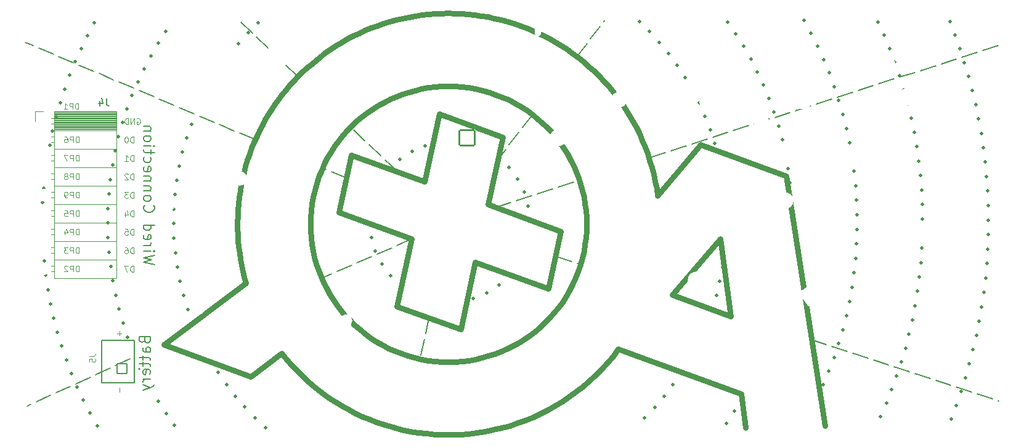
<source format=gbr>
%TF.GenerationSoftware,KiCad,Pcbnew,8.0.4*%
%TF.CreationDate,2024-12-04T08:31:11-08:00*%
%TF.ProjectId,aqp_controller,6171705f-636f-46e7-9472-6f6c6c65722e,rev0*%
%TF.SameCoordinates,Original*%
%TF.FileFunction,Legend,Bot*%
%TF.FilePolarity,Positive*%
%FSLAX46Y46*%
G04 Gerber Fmt 4.6, Leading zero omitted, Abs format (unit mm)*
G04 Created by KiCad (PCBNEW 8.0.4) date 2024-12-04 08:31:11*
%MOMM*%
%LPD*%
G01*
G04 APERTURE LIST*
G04 Aperture macros list*
%AMRoundRect*
0 Rectangle with rounded corners*
0 $1 Rounding radius*
0 $2 $3 $4 $5 $6 $7 $8 $9 X,Y pos of 4 corners*
0 Add a 4 corners polygon primitive as box body*
4,1,4,$2,$3,$4,$5,$6,$7,$8,$9,$2,$3,0*
0 Add four circle primitives for the rounded corners*
1,1,$1+$1,$2,$3*
1,1,$1+$1,$4,$5*
1,1,$1+$1,$6,$7*
1,1,$1+$1,$8,$9*
0 Add four rect primitives between the rounded corners*
20,1,$1+$1,$2,$3,$4,$5,0*
20,1,$1+$1,$4,$5,$6,$7,0*
20,1,$1+$1,$6,$7,$8,$9,0*
20,1,$1+$1,$8,$9,$2,$3,0*%
G04 Aperture macros list end*
%ADD10C,0.200000*%
%ADD11C,0.750000*%
%ADD12C,0.500000*%
%ADD13C,0.100000*%
%ADD14C,0.150000*%
%ADD15C,0.127000*%
%ADD16C,0.120000*%
%ADD17RoundRect,0.102000X-1.050000X-1.050000X1.050000X-1.050000X1.050000X1.050000X-1.050000X1.050000X0*%
%ADD18C,2.304000*%
%ADD19C,1.712000*%
%ADD20C,2.154000*%
%ADD21R,1.700000X1.700000*%
%ADD22O,1.700000X1.700000*%
%ADD23RoundRect,0.102000X1.376798X-0.556262X0.556262X1.376798X-1.376798X0.556262X-0.556262X-1.376798X0*%
%ADD24C,1.982000*%
%ADD25C,2.490000*%
%ADD26RoundRect,0.102000X0.556262X1.376798X-1.376798X0.556262X-0.556262X-1.376798X1.376798X-0.556262X0*%
%ADD27RoundRect,0.102000X0.206662X1.470473X-1.470473X0.206662X-0.206662X-1.470473X1.470473X-0.206662X0*%
%ADD28O,0.890000X1.550000*%
%ADD29O,1.250000X0.950000*%
%ADD30RoundRect,0.102000X1.470473X-0.206662X0.206662X1.470473X-1.470473X0.206662X-0.206662X-1.470473X0*%
%ADD31RoundRect,0.102000X1.476790X0.155217X-0.155217X1.476790X-1.476790X-0.155217X0.155217X-1.476790X0*%
%ADD32RoundRect,0.102000X-0.155217X1.476790X-1.476790X-0.155217X0.155217X-1.476790X1.476790X0.155217X0*%
%ADD33RoundRect,0.102000X-0.654000X0.654000X-0.654000X-0.654000X0.654000X-0.654000X0.654000X0.654000X0*%
%ADD34C,1.512000*%
G04 APERTURE END LIST*
D10*
X133679792Y-112704115D02*
X133225429Y-114856684D01*
X133060206Y-115639437D02*
X132605842Y-117792006D01*
D11*
X113481878Y-81959008D02*
X114007234Y-81302978D01*
X114549322Y-80665686D01*
X115107521Y-80047074D01*
X115681213Y-79447086D01*
X116269780Y-78865668D01*
X116872602Y-78302763D01*
X117117584Y-78082773D01*
D10*
X142875000Y-97475000D02*
X144968455Y-96798653D01*
X145729712Y-96552709D02*
X147823167Y-95876361D01*
X148584423Y-95630417D02*
X150677878Y-94954070D01*
X151439135Y-94708126D02*
X153532590Y-94031779D01*
D11*
X123037020Y-90274170D02*
X121309693Y-98197508D01*
X135082867Y-84654239D02*
X133062246Y-93923053D01*
X108514581Y-107887158D02*
X108292227Y-107074818D01*
X108093880Y-106256455D01*
X107919533Y-105432629D01*
X107769179Y-104603897D01*
X107642812Y-103770821D01*
X107540425Y-102933960D01*
X107462011Y-102093872D01*
X107407563Y-101251118D01*
X129314300Y-111115206D02*
X138045283Y-114293024D01*
D10*
X92600000Y-118300000D02*
X90604147Y-119225511D01*
X89878382Y-119562060D02*
X87882529Y-120487571D01*
X87156764Y-120824120D02*
X85160911Y-121749631D01*
X84435146Y-122086180D02*
X82439293Y-123011691D01*
X81713528Y-123348240D02*
X79717675Y-124273751D01*
X78991910Y-124610300D02*
X78475000Y-124850000D01*
D11*
X107406251Y-101234997D02*
X107406827Y-101233168D01*
D12*
X92302103Y-115318995D02*
X92302103Y-115318995D01*
X91668273Y-113422246D02*
X91668273Y-113422246D01*
X91115682Y-111500257D02*
X91115682Y-111500257D01*
X90645331Y-109556506D02*
X90645331Y-109556506D01*
X90258071Y-107594511D02*
X90258071Y-107594511D01*
X89954602Y-105617821D02*
X89954602Y-105617821D01*
X89735474Y-103630013D02*
X89735474Y-103630013D01*
X89601082Y-101634684D02*
X89601082Y-101634684D01*
X89551670Y-99635446D02*
X89551670Y-99635446D01*
X89587329Y-97635915D02*
X89587329Y-97635915D01*
X89707992Y-95639709D02*
X89707992Y-95639709D01*
X89913441Y-93650441D02*
X89913441Y-93650441D01*
X90203306Y-91671710D02*
X90203306Y-91671710D01*
X90577061Y-89707097D02*
X90577061Y-89707097D01*
X91034030Y-87760157D02*
X91034030Y-87760157D01*
X91573387Y-85834413D02*
X91573387Y-85834413D01*
D11*
X165115182Y-95901787D02*
X171028512Y-88865262D01*
D12*
X174037525Y-105669006D02*
X174037525Y-105669006D01*
X173659516Y-107632723D02*
X173659516Y-107632723D01*
X173178676Y-109573823D02*
X173178676Y-109573823D01*
X172596337Y-111486924D02*
X172596337Y-111486924D01*
D11*
X154191892Y-106258651D02*
X154502462Y-105333221D01*
X154763024Y-104403223D01*
X154974290Y-103470183D01*
X155136971Y-102535628D01*
X155251781Y-101601086D01*
X155319430Y-100668084D01*
X155340632Y-99738148D01*
X155316099Y-98812807D01*
X155246541Y-97893587D01*
X155132673Y-96982015D01*
X154975205Y-96079619D01*
X154774849Y-95187925D01*
X154532319Y-94308460D01*
X154248326Y-93442753D01*
X153923582Y-92592330D01*
X153558800Y-91758718D01*
X153154691Y-90943443D01*
X152711968Y-90148035D01*
X152231342Y-89374019D01*
X151713526Y-88622922D01*
X151159233Y-87896273D01*
X150569173Y-87195597D01*
X149944060Y-86522422D01*
X149284605Y-85878276D01*
X148591521Y-85264685D01*
X147865519Y-84683176D01*
X147107312Y-84135277D01*
X146317612Y-83622515D01*
X145497130Y-83146417D01*
X144646580Y-82708509D01*
X143766674Y-82310320D01*
X142858123Y-81953377D01*
X110028810Y-87665103D02*
X110392940Y-86904052D01*
X110778411Y-86153960D01*
X111184194Y-85416175D01*
X111609263Y-84692043D01*
X112052593Y-83982913D01*
X112513156Y-83290132D01*
X112989926Y-82615048D01*
X113481878Y-81959008D01*
X141793855Y-97101099D02*
X143814476Y-87832284D01*
D10*
X186225000Y-115675000D02*
X188315525Y-116360351D01*
X189075715Y-116609570D02*
X191166240Y-117294922D01*
X191926431Y-117544140D02*
X194016956Y-118229492D01*
X194777146Y-118478710D02*
X196867671Y-119164062D01*
X197627862Y-119413281D02*
X199718387Y-120098632D01*
X200478577Y-120347851D02*
X202569102Y-121033202D01*
X203329293Y-121282421D02*
X205419817Y-121967772D01*
X206180008Y-122216991D02*
X208270533Y-122902342D01*
X209030724Y-123151561D02*
X211121248Y-123836913D01*
X211881439Y-124086131D02*
X212000000Y-124125000D01*
D12*
X168377202Y-120222420D02*
X168377202Y-120222420D01*
X167241029Y-121868077D02*
X167241029Y-121868077D01*
X166019815Y-123451653D02*
X166019815Y-123451653D01*
X164716945Y-124968757D02*
X164716945Y-124968757D01*
X163336030Y-126415183D02*
X163336030Y-126415183D01*
D10*
X111587500Y-75587500D02*
X110001957Y-74062359D01*
X109425397Y-73507762D02*
X107839854Y-71982621D01*
D11*
X150093008Y-108673778D02*
X151820335Y-100750439D01*
X171028512Y-88865262D02*
X182769380Y-93138588D01*
D12*
X128248176Y-92248415D02*
X128248176Y-92248415D01*
X129689367Y-90865666D02*
X129689367Y-90865666D01*
X131356527Y-89765847D02*
X131356527Y-89765847D01*
X133194862Y-88985109D02*
X133194862Y-88985109D01*
D10*
X147875000Y-84750000D02*
X146536733Y-86496150D01*
X146050090Y-87131114D02*
X144711823Y-88877264D01*
X144225180Y-89512228D02*
X143627055Y-90292653D01*
D11*
X108526331Y-107854873D02*
X108514581Y-107887158D01*
X176564610Y-123131982D02*
X159701240Y-116994217D01*
D12*
X195429825Y-71969469D02*
X195429825Y-71969469D01*
X196248429Y-73794180D02*
X196248429Y-73794180D01*
X197010487Y-75643220D02*
X197010487Y-75643220D01*
X197715277Y-77514839D02*
X197715277Y-77514839D01*
X198362131Y-79407261D02*
X198362131Y-79407261D01*
X198950436Y-81318696D02*
X198950436Y-81318696D01*
X199479635Y-83247331D02*
X199479635Y-83247331D01*
X199949226Y-85191339D02*
X199949226Y-85191339D01*
X200358765Y-87148879D02*
X200358765Y-87148879D01*
X200707863Y-89118096D02*
X200707863Y-89118096D01*
X200996190Y-91097124D02*
X200996190Y-91097124D01*
X201223472Y-93084088D02*
X201223472Y-93084088D01*
X201389494Y-95077106D02*
X201389494Y-95077106D01*
X201494100Y-97074290D02*
X201494100Y-97074290D01*
X201537189Y-99073746D02*
X201537189Y-99073746D01*
X201518721Y-101073582D02*
X201518721Y-101073582D01*
X201438714Y-103071902D02*
X201438714Y-103071902D01*
X201297242Y-105066813D02*
X201297242Y-105066813D01*
X201094442Y-107056425D02*
X201094442Y-107056425D01*
X200830503Y-109038853D02*
X200830503Y-109038853D01*
X200505677Y-111012219D02*
X200505677Y-111012219D01*
X200120272Y-112974653D02*
X200120272Y-112974653D01*
X199674652Y-114924296D02*
X199674652Y-114924296D01*
X199169239Y-116859300D02*
X199169239Y-116859300D01*
X198604513Y-118777833D02*
X198604513Y-118777833D01*
X197981008Y-120678077D02*
X197981008Y-120678077D01*
X197299315Y-122558231D02*
X197299315Y-122558231D01*
X196560081Y-124416514D02*
X196560081Y-124416514D01*
X195764005Y-126251166D02*
X195764005Y-126251166D01*
D11*
X126455403Y-127019599D02*
X125498351Y-126652140D01*
X124557626Y-126252552D01*
X123633908Y-125821335D01*
X122727875Y-125358987D01*
X121840205Y-124866008D01*
X120971577Y-124342898D01*
X120122671Y-123790156D01*
X119294165Y-123208281D01*
X118486737Y-122597773D01*
X117701067Y-121959132D01*
X116937833Y-121292856D01*
X116197715Y-120599446D01*
X115481390Y-119879401D01*
X114789538Y-119133220D01*
X114122838Y-118361403D01*
X113481968Y-117564449D01*
X177175000Y-127800000D02*
X176564610Y-123131982D01*
X142858123Y-81953377D02*
X141932696Y-81642807D01*
X141002701Y-81382246D01*
X140069664Y-81170980D01*
X139135111Y-81008299D01*
X138200571Y-80893489D01*
X137267571Y-80825839D01*
X136337637Y-80804636D01*
X135412297Y-80829169D01*
X134493078Y-80898725D01*
X133581507Y-81012592D01*
X132679111Y-81170058D01*
X131787417Y-81370412D01*
X130907953Y-81612940D01*
X130042246Y-81896931D01*
X129191823Y-82221673D01*
X128358210Y-82586453D01*
X127542936Y-82990560D01*
X126747527Y-83433281D01*
X125973510Y-83913904D01*
X125222413Y-84431718D01*
X124495763Y-84986009D01*
X123795087Y-85576067D01*
X123121911Y-86201178D01*
X122477764Y-86860631D01*
X121864173Y-87553714D01*
X121282663Y-88279714D01*
X120734764Y-89037920D01*
X120222001Y-89827619D01*
X119745902Y-90648099D01*
X119307995Y-91498648D01*
X118909805Y-92378554D01*
X118552862Y-93287106D01*
X121309693Y-98197508D02*
X131334920Y-101846392D01*
X167116727Y-109527301D02*
X175127328Y-112442922D01*
D10*
X154050000Y-76675000D02*
X155403730Y-74940810D01*
X155895995Y-74310195D02*
X157249725Y-72576005D01*
X157741991Y-71945391D02*
X157875000Y-71775000D01*
D11*
X140066529Y-105024438D02*
X150093008Y-108673778D01*
X109243897Y-120755123D02*
X97298593Y-116407388D01*
D12*
X129920394Y-108239059D02*
X129920394Y-108239059D01*
X128444831Y-106893062D02*
X128444831Y-106893062D01*
X127237002Y-105302421D02*
X127237002Y-105302421D01*
X126336734Y-103519584D02*
X126336734Y-103519584D01*
X125773710Y-101603339D02*
X125773710Y-101603339D01*
D11*
X151820335Y-100750439D02*
X141793855Y-97101099D01*
D10*
X115525000Y-79375000D02*
X114059375Y-77965188D01*
D11*
X118552862Y-93287106D02*
X118242291Y-94212535D01*
X117981729Y-95142534D01*
X117770463Y-96075574D01*
X117607781Y-97010128D01*
X117492972Y-97944670D01*
X117425322Y-98877673D01*
X117404120Y-99807608D01*
X117428653Y-100732949D01*
X117498210Y-101652169D01*
X117612079Y-102563741D01*
X117769546Y-103466138D01*
X117969901Y-104357831D01*
X118212431Y-105237295D01*
X118496423Y-106103003D01*
X118821166Y-106953426D01*
X119185948Y-107787038D01*
X119590056Y-108602311D01*
X120032778Y-109397720D01*
X120513402Y-110171735D01*
X121031217Y-110922831D01*
X121585509Y-111649480D01*
X122175567Y-112350155D01*
X122800678Y-113023329D01*
X123460131Y-113667475D01*
X124153214Y-114281065D01*
X124879213Y-114862573D01*
X125637418Y-115410471D01*
X126427115Y-115923233D01*
X127247593Y-116399330D01*
X128098140Y-116837236D01*
X128978044Y-117235424D01*
X129886592Y-117592367D01*
X117117584Y-78082773D02*
X117145512Y-78057794D01*
X133062246Y-93923053D02*
X123037020Y-90274170D01*
X131334920Y-101846392D02*
X129314300Y-111115206D01*
D10*
X109700000Y-88125000D02*
X107674405Y-87266534D01*
X106937825Y-86954364D02*
X104912230Y-86095897D01*
X104175650Y-85783728D02*
X102150055Y-84925261D01*
X101413475Y-84613092D02*
X99387880Y-83754625D01*
X98651300Y-83442456D02*
X96625705Y-82583989D01*
X95889125Y-82271819D02*
X93863530Y-81413353D01*
X93126950Y-81101183D02*
X91101355Y-80242717D01*
X90364775Y-79930547D02*
X88339179Y-79072081D01*
X87602599Y-78759911D02*
X85577004Y-77901445D01*
X84840424Y-77589275D02*
X82814829Y-76730809D01*
X82078249Y-76418639D02*
X80052654Y-75560173D01*
X79316074Y-75248003D02*
X78200001Y-74775000D01*
X151224387Y-104272291D02*
X153320777Y-104939485D01*
X154083101Y-105182101D02*
X154374998Y-105275000D01*
D11*
X113481968Y-117564449D02*
X109243897Y-120755123D01*
X117145512Y-78057794D02*
X118661596Y-76804248D01*
D12*
X174742631Y-71966335D02*
X174742631Y-71966335D01*
X175876943Y-73613372D02*
X175876943Y-73613372D01*
X176940248Y-75307120D02*
X176940248Y-75307120D01*
X177930625Y-77044517D02*
X177930625Y-77044517D01*
X178846286Y-78822427D02*
X178846286Y-78822427D01*
X179685577Y-80637638D02*
X179685577Y-80637638D01*
X180446981Y-82486870D02*
X180446981Y-82486870D01*
X181129123Y-84366785D02*
X181129123Y-84366785D01*
X181730772Y-86273986D02*
X181730772Y-86273986D01*
X182250840Y-88205029D02*
X182250840Y-88205029D01*
X182688388Y-90156426D02*
X182688388Y-90156426D01*
X183042626Y-92124652D02*
X183042626Y-92124652D01*
X183312915Y-94106152D02*
X183312915Y-94106152D01*
X183498765Y-96097347D02*
X183498765Y-96097347D01*
X183599841Y-98094641D02*
X183599841Y-98094641D01*
X162605510Y-71878115D02*
X162605510Y-71878115D01*
X164023256Y-73288458D02*
X164023256Y-73288458D01*
X165364728Y-74771538D02*
X165364728Y-74771538D01*
X166626198Y-76323236D02*
X166626198Y-76323236D01*
X167804163Y-77939241D02*
X167804163Y-77939241D01*
X168895350Y-79615065D02*
X168895350Y-79615065D01*
X169896728Y-81346052D02*
X169896728Y-81346052D01*
X170805515Y-83127394D02*
X170805515Y-83127394D01*
X171619188Y-84954143D02*
X171619188Y-84954143D01*
X172335485Y-86821224D02*
X172335485Y-86821224D01*
X172952418Y-88723451D02*
X172952418Y-88723451D01*
X111227721Y-127777817D02*
X111227721Y-127777817D01*
X109773348Y-126405273D02*
X109773348Y-126405273D01*
X108393220Y-124958095D02*
X108393220Y-124958095D01*
X107091161Y-123440295D02*
X107091161Y-123440295D01*
X105870779Y-121856077D02*
X105870779Y-121856077D01*
X104735457Y-120209833D02*
X104735457Y-120209833D01*
X176780891Y-123863411D02*
X176780891Y-123863411D01*
X175707748Y-125550942D02*
X175707748Y-125550942D01*
X174563841Y-127191330D02*
X174563841Y-127191330D01*
D11*
X173696466Y-101800515D02*
X167116727Y-109527301D01*
X159701240Y-116994217D02*
X158972653Y-117940001D01*
X158210041Y-118849266D01*
X157414804Y-119721583D01*
X156588342Y-120556524D01*
X155732055Y-121353660D01*
X154847343Y-122112561D01*
X153935608Y-122832800D01*
X152998249Y-123513948D01*
X152036667Y-124155576D01*
X151052261Y-124757256D01*
X150046433Y-125318558D01*
X149020583Y-125839054D01*
X147976111Y-126318316D01*
X146914417Y-126755915D01*
X145836901Y-127151421D01*
X144744965Y-127504408D01*
X143640008Y-127814444D01*
X142523431Y-128081103D01*
X141396634Y-128303956D01*
X140261017Y-128482573D01*
X139117980Y-128616527D01*
X137968925Y-128705387D01*
X136815251Y-128748727D01*
X135658359Y-128746117D01*
X134499649Y-128697128D01*
X133340521Y-128601332D01*
X132182376Y-128458300D01*
X131026614Y-128267603D01*
X129874635Y-128028814D01*
X128727840Y-127741502D01*
X127587629Y-127405240D01*
X126455403Y-127019599D01*
D10*
X164100000Y-90600000D02*
X166194384Y-89926533D01*
X166955978Y-89681636D02*
X169050361Y-89008170D01*
X169811955Y-88763273D02*
X171906339Y-88089806D01*
X172667933Y-87844909D02*
X174762316Y-87171442D01*
X175523910Y-86926545D02*
X177618294Y-86253078D01*
X178379888Y-86008181D02*
X180474272Y-85334715D01*
X181235866Y-85089818D02*
X183330249Y-84416351D01*
X184091843Y-84171454D02*
X186186227Y-83497987D01*
X186947821Y-83253090D02*
X189042204Y-82579624D01*
X189803798Y-82334727D02*
X191898182Y-81661260D01*
X192659776Y-81416363D02*
X194754160Y-80742896D01*
X195515754Y-80497999D02*
X197610137Y-79824532D01*
X198371731Y-79579635D02*
X200466115Y-78906169D01*
X201227709Y-78661272D02*
X203322092Y-77987805D01*
X204083687Y-77742908D02*
X206178070Y-77069441D01*
X206939664Y-76824544D02*
X209034048Y-76151078D01*
X209795642Y-75906181D02*
X211890025Y-75232714D01*
D11*
X108548622Y-107939745D02*
X108526331Y-107854873D01*
D12*
X143171776Y-90679292D02*
X143171776Y-90679292D01*
X144653057Y-92018993D02*
X144653057Y-92018993D01*
X145867678Y-93604454D02*
X145867678Y-93604454D01*
X146775596Y-95383408D02*
X146775596Y-95383408D01*
X147346881Y-97297207D02*
X147346881Y-97297207D01*
X147562698Y-99282759D02*
X147562698Y-99282759D01*
X107500000Y-74975000D02*
X107500000Y-74975000D01*
X108828617Y-73480392D02*
X108828617Y-73480392D01*
X110233998Y-72057725D02*
X110233998Y-72057725D01*
D11*
X129886592Y-117592367D02*
X130812021Y-117902937D01*
X131742020Y-118163500D01*
X132675060Y-118374766D01*
X133609615Y-118537449D01*
X134544158Y-118652260D01*
X135477161Y-118719911D01*
X136407097Y-118741114D01*
X137332439Y-118716582D01*
X138251660Y-118647027D01*
X139163233Y-118533160D01*
X140065630Y-118375695D01*
X140957325Y-118175342D01*
X141836791Y-117932814D01*
X142702499Y-117648824D01*
X143552924Y-117324082D01*
X144386537Y-116959302D01*
X145201812Y-116555196D01*
X145997222Y-116112475D01*
X146771239Y-115631852D01*
X147522337Y-115114038D01*
X148248988Y-114559747D01*
X148949665Y-113969690D01*
X149622840Y-113344578D01*
X150266988Y-112685125D01*
X150880580Y-111992043D01*
X151462089Y-111266042D01*
X152009989Y-110507837D01*
X152522752Y-109718138D01*
X152998850Y-108897657D01*
X153436758Y-108047108D01*
X153834948Y-107167202D01*
X154191892Y-106258651D01*
X107407563Y-101251118D02*
X107406251Y-101234997D01*
X143814476Y-87832284D02*
X135082867Y-84654239D01*
D10*
X129250000Y-92450000D02*
X127656017Y-90933683D01*
X127076386Y-90382295D02*
X125482403Y-88865978D01*
X124902773Y-88314590D02*
X123308789Y-86798273D01*
D12*
X88092437Y-127522776D02*
X88092437Y-127522776D01*
X87121850Y-125774194D02*
X87121850Y-125774194D01*
X86214316Y-123992073D02*
X86214316Y-123992073D01*
X85370991Y-122178684D02*
X85370991Y-122178684D01*
X84592951Y-120336341D02*
X84592951Y-120336341D01*
X83881188Y-118467392D02*
X83881188Y-118467392D01*
X83236610Y-116574222D02*
X83236610Y-116574222D01*
X82660039Y-114659244D02*
X82660039Y-114659244D01*
X82152211Y-112724900D02*
X82152211Y-112724900D01*
X81713771Y-110773658D02*
X81713771Y-110773658D01*
X81345281Y-108808006D02*
X81345281Y-108808006D01*
X81047210Y-106830450D02*
X81047210Y-106830450D01*
X80819937Y-104843512D02*
X80819937Y-104843512D01*
X80663754Y-102849726D02*
X80663754Y-102849726D01*
X80578858Y-100851635D02*
X80578858Y-100851635D01*
X80565358Y-98851787D02*
X80565358Y-98851787D01*
X80623272Y-96852732D02*
X80623272Y-96852732D01*
X80752525Y-94857019D02*
X80752525Y-94857019D01*
X80952954Y-92867194D02*
X80952954Y-92867194D01*
X81224301Y-90885794D02*
X81224301Y-90885794D01*
X81566221Y-88915346D02*
X81566221Y-88915346D01*
X81978278Y-86958363D02*
X81978278Y-86958363D01*
X82459947Y-85017340D02*
X82459947Y-85017340D01*
X83010613Y-83094753D02*
X83010613Y-83094753D01*
X83629575Y-81193053D02*
X83629575Y-81193053D01*
X84316042Y-79314666D02*
X84316042Y-79314666D01*
X85069139Y-77461987D02*
X85069139Y-77461987D01*
X85887906Y-75637379D02*
X85887906Y-75637379D01*
X86771299Y-73843168D02*
X86771299Y-73843168D01*
X87718191Y-72081644D02*
X87718191Y-72081644D01*
X144769018Y-106811728D02*
X144769018Y-106811728D01*
X143307990Y-108173493D02*
X143307990Y-108173493D01*
X141624944Y-109248837D02*
X141624944Y-109248837D01*
X139775290Y-110002355D02*
X139775290Y-110002355D01*
X101242478Y-113387811D02*
X101242478Y-113387811D01*
X100558801Y-111508539D02*
X100558801Y-111508539D01*
X99975031Y-109595874D02*
X99975031Y-109595874D01*
X99492787Y-107655123D02*
X99492787Y-107655123D01*
X99113408Y-105691670D02*
X99113408Y-105691670D01*
X98837946Y-103710964D02*
X98837946Y-103710964D01*
X98667165Y-101718501D02*
X98667165Y-101718501D01*
X98601539Y-99719810D02*
X98601539Y-99719810D01*
X98641251Y-97720435D02*
X98641251Y-97720435D01*
X98786190Y-95725926D02*
X98786190Y-95725926D01*
X99035954Y-93741816D02*
X99035954Y-93741816D01*
X99389850Y-91773610D02*
X99389850Y-91773610D01*
X99846896Y-89826771D02*
X99846896Y-89826771D01*
X100405823Y-87906699D02*
X100405823Y-87906699D01*
X101065082Y-86018723D02*
X101065082Y-86018723D01*
X185224858Y-71775081D02*
X185224858Y-71775081D01*
X186182995Y-73530514D02*
X186182995Y-73530514D01*
X187077830Y-75319046D02*
X187077830Y-75319046D01*
X187908223Y-77138392D02*
X187908223Y-77138392D01*
X188673113Y-78986234D02*
X188673113Y-78986234D01*
X189371526Y-80860212D02*
X189371526Y-80860212D01*
X190002569Y-82757937D02*
X190002569Y-82757937D01*
X190565438Y-84676987D02*
X190565438Y-84676987D01*
X191059415Y-86614914D02*
X191059415Y-86614914D01*
X191483869Y-88569246D02*
X191483869Y-88569246D01*
X191838259Y-90537489D02*
X191838259Y-90537489D01*
X192122133Y-92517133D02*
X192122133Y-92517133D01*
X192335129Y-94505652D02*
X192335129Y-94505652D01*
X192476975Y-96500509D02*
X192476975Y-96500509D01*
X192547490Y-98499159D02*
X192547490Y-98499159D01*
X192546585Y-100499053D02*
X192546585Y-100499053D01*
X192474259Y-102497638D02*
X192474259Y-102497638D01*
X192330606Y-104492366D02*
X192330606Y-104492366D01*
X192115809Y-106480691D02*
X192115809Y-106480691D01*
X191830141Y-108460077D02*
X191830141Y-108460077D01*
X191473968Y-110427999D02*
X191473968Y-110427999D01*
X191047744Y-112381945D02*
X191047744Y-112381945D01*
X190552012Y-114319424D02*
X190552012Y-114319424D01*
X189987405Y-116237964D02*
X189987405Y-116237964D01*
X189354643Y-118135116D02*
X189354643Y-118135116D01*
X188654533Y-120008461D02*
X188654533Y-120008461D01*
X187887969Y-121855608D02*
X187887969Y-121855608D01*
D10*
X122325000Y-93450000D02*
X120302083Y-92585242D01*
X119566477Y-92270784D02*
X119050000Y-92050000D01*
D12*
X98748767Y-127456411D02*
X98748767Y-127456411D01*
X97593631Y-125823909D02*
X97593631Y-125823909D01*
X96508923Y-124143788D02*
X96508923Y-124143788D01*
X205273347Y-71915364D02*
X205273347Y-71915364D01*
X205992706Y-73781450D02*
X205992706Y-73781450D01*
X206661395Y-75666287D02*
X206661395Y-75666287D01*
X207278925Y-77568500D02*
X207278925Y-77568500D01*
X207844845Y-79486700D02*
X207844845Y-79486700D01*
X208358742Y-81419487D02*
X208358742Y-81419487D01*
X208820241Y-83365451D02*
X208820241Y-83365451D01*
X209229006Y-85323171D02*
X209229006Y-85323171D01*
X209584738Y-87291219D02*
X209584738Y-87291219D01*
X209887178Y-89268158D02*
X209887178Y-89268158D01*
X210136104Y-91252545D02*
X210136104Y-91252545D01*
X210331336Y-93242932D02*
X210331336Y-93242932D01*
X210472729Y-95237867D02*
X210472729Y-95237867D01*
X210560183Y-97235893D02*
X210560183Y-97235893D01*
X210593632Y-99235552D02*
X210593632Y-99235552D01*
X210573051Y-101235386D02*
X210573051Y-101235386D01*
X210498458Y-103233933D02*
X210498458Y-103233933D01*
X210369904Y-105229737D02*
X210369904Y-105229737D01*
X210187486Y-107221339D02*
X210187486Y-107221339D01*
X209951334Y-109207287D02*
X209951334Y-109207287D01*
X209661623Y-111186131D02*
X209661623Y-111186131D01*
X209318563Y-113156427D02*
X209318563Y-113156427D01*
X208922405Y-115116737D02*
X208922405Y-115116737D01*
X208473437Y-117065630D02*
X208473437Y-117065630D01*
X207971988Y-119001685D02*
X207971988Y-119001685D01*
X207418424Y-120923487D02*
X207418424Y-120923487D01*
X206813148Y-122829634D02*
X206813148Y-122829634D01*
X206156602Y-124718735D02*
X206156602Y-124718735D01*
X205449266Y-126589412D02*
X205449266Y-126589412D01*
D11*
X107406827Y-101233168D02*
X107376875Y-100377439D01*
X107372067Y-99520092D01*
X107392553Y-98661694D01*
X107438482Y-97802814D01*
X107510004Y-96944017D01*
X107607270Y-96085872D01*
X107730428Y-95228946D01*
X107879631Y-94373807D01*
X108055026Y-93521021D01*
X108256765Y-92671157D01*
X108484998Y-91824782D01*
X108739873Y-90982464D01*
X109021542Y-90144769D01*
X109330155Y-89312266D01*
X109665860Y-88485521D01*
X110028810Y-87665103D01*
X146291696Y-72519833D02*
X147241317Y-72883886D01*
X148172444Y-73277754D01*
X149084595Y-73700821D01*
X149977287Y-74152470D01*
X150850038Y-74632085D01*
X151702367Y-75139050D01*
X152533791Y-75672750D01*
X153343828Y-76232567D01*
X154131995Y-76817887D01*
X154897812Y-77428092D01*
X155640795Y-78062567D01*
X156360463Y-78720695D01*
X157056334Y-79401862D01*
X157727925Y-80105449D01*
X158374754Y-80830843D01*
X158996340Y-81577425D01*
X159592200Y-82344581D01*
X160161852Y-83131694D01*
X160704814Y-83938149D01*
X161220604Y-84763328D01*
X161708740Y-85606617D01*
X162168739Y-86467398D01*
X162600121Y-87345056D01*
X163002401Y-88238975D01*
X163375100Y-89148539D01*
X163717733Y-90073132D01*
X164029820Y-91012136D01*
X164310879Y-91964938D01*
X164560426Y-92930920D01*
X164777980Y-93909466D01*
X164963059Y-94899960D01*
X165115182Y-95901787D01*
D12*
X92302104Y-115318995D02*
X92302104Y-115318995D01*
X91668274Y-113422246D02*
X91668274Y-113422246D01*
X91115683Y-111500257D02*
X91115683Y-111500257D01*
X90645332Y-109556506D02*
X90645332Y-109556506D01*
X90258072Y-107594511D02*
X90258072Y-107594511D01*
X89954603Y-105617821D02*
X89954603Y-105617821D01*
X89735474Y-103630013D02*
X89735474Y-103630013D01*
X89601082Y-101634685D02*
X89601082Y-101634685D01*
X89551670Y-99635446D02*
X89551670Y-99635446D01*
X89587328Y-97635915D02*
X89587328Y-97635915D01*
X89707991Y-95639709D02*
X89707991Y-95639709D01*
X89913441Y-93650441D02*
X89913441Y-93650441D01*
X90203305Y-91671710D02*
X90203305Y-91671710D01*
X90577060Y-89707097D02*
X90577060Y-89707097D01*
X91034029Y-87760157D02*
X91034029Y-87760157D01*
X91573385Y-85834413D02*
X91573385Y-85834413D01*
X92194152Y-83933348D02*
X92194152Y-83933348D01*
X92895208Y-82060405D02*
X92895208Y-82060405D01*
X93675282Y-80218970D02*
X93675282Y-80218970D01*
X94532965Y-78412378D02*
X94532965Y-78412378D01*
X95466703Y-76643895D02*
X95466703Y-76643895D01*
X96474808Y-74916724D02*
X96474808Y-74916724D01*
X97555455Y-73233988D02*
X97555455Y-73233988D01*
D11*
X138045283Y-114293024D02*
X140066529Y-105024438D01*
X118661596Y-76804248D02*
X119391859Y-76259534D01*
X120137259Y-75739224D01*
X120897143Y-75243529D01*
X121670854Y-74772659D01*
X122457740Y-74326824D01*
X123257145Y-73906233D01*
X124068414Y-73511097D01*
X124890894Y-73141626D01*
X125723930Y-72798030D01*
X126566866Y-72480518D01*
X127419050Y-72189301D01*
X128279825Y-71924590D01*
X129148538Y-71686593D01*
X130024534Y-71475521D01*
X130907158Y-71291584D01*
X131795757Y-71134992D01*
X132689674Y-71005955D01*
X133588257Y-70904684D01*
X134490850Y-70831387D01*
X135396799Y-70786276D01*
X136305450Y-70769559D01*
X137216147Y-70781448D01*
X138128236Y-70822153D01*
X139041063Y-70891882D01*
X139953974Y-70990847D01*
X140866313Y-71119257D01*
X141777426Y-71277323D01*
X142686659Y-71465254D01*
X143593357Y-71683260D01*
X144496865Y-71931552D01*
X145396530Y-72210340D01*
X146291696Y-72519833D01*
X175127328Y-112442922D02*
X173696466Y-101800515D01*
X97298593Y-116407388D02*
X108548622Y-107939745D01*
X182769380Y-93138588D02*
X188126221Y-127580386D01*
D10*
X131334920Y-101846392D02*
X129316348Y-102721245D01*
X128582322Y-103039373D02*
X126563750Y-103914226D01*
X125829724Y-104232354D02*
X123811152Y-105107207D01*
X123077126Y-105425335D02*
X121058554Y-106300188D01*
X120324528Y-106618317D02*
X118924955Y-107224894D01*
D13*
X85587217Y-106334895D02*
X85587217Y-105534895D01*
X85587217Y-105534895D02*
X85396741Y-105534895D01*
X85396741Y-105534895D02*
X85282455Y-105572990D01*
X85282455Y-105572990D02*
X85206265Y-105649180D01*
X85206265Y-105649180D02*
X85168170Y-105725371D01*
X85168170Y-105725371D02*
X85130074Y-105877752D01*
X85130074Y-105877752D02*
X85130074Y-105992038D01*
X85130074Y-105992038D02*
X85168170Y-106144419D01*
X85168170Y-106144419D02*
X85206265Y-106220609D01*
X85206265Y-106220609D02*
X85282455Y-106296800D01*
X85282455Y-106296800D02*
X85396741Y-106334895D01*
X85396741Y-106334895D02*
X85587217Y-106334895D01*
X84787217Y-106334895D02*
X84787217Y-105534895D01*
X84787217Y-105534895D02*
X84482455Y-105534895D01*
X84482455Y-105534895D02*
X84406265Y-105572990D01*
X84406265Y-105572990D02*
X84368170Y-105611085D01*
X84368170Y-105611085D02*
X84330074Y-105687276D01*
X84330074Y-105687276D02*
X84330074Y-105801561D01*
X84330074Y-105801561D02*
X84368170Y-105877752D01*
X84368170Y-105877752D02*
X84406265Y-105915847D01*
X84406265Y-105915847D02*
X84482455Y-105953942D01*
X84482455Y-105953942D02*
X84787217Y-105953942D01*
X84025313Y-105611085D02*
X83987217Y-105572990D01*
X83987217Y-105572990D02*
X83911027Y-105534895D01*
X83911027Y-105534895D02*
X83720551Y-105534895D01*
X83720551Y-105534895D02*
X83644360Y-105572990D01*
X83644360Y-105572990D02*
X83606265Y-105611085D01*
X83606265Y-105611085D02*
X83568170Y-105687276D01*
X83568170Y-105687276D02*
X83568170Y-105763466D01*
X83568170Y-105763466D02*
X83606265Y-105877752D01*
X83606265Y-105877752D02*
X84063408Y-106334895D01*
X84063408Y-106334895D02*
X83568170Y-106334895D01*
X85587217Y-101254895D02*
X85587217Y-100454895D01*
X85587217Y-100454895D02*
X85396741Y-100454895D01*
X85396741Y-100454895D02*
X85282455Y-100492990D01*
X85282455Y-100492990D02*
X85206265Y-100569180D01*
X85206265Y-100569180D02*
X85168170Y-100645371D01*
X85168170Y-100645371D02*
X85130074Y-100797752D01*
X85130074Y-100797752D02*
X85130074Y-100912038D01*
X85130074Y-100912038D02*
X85168170Y-101064419D01*
X85168170Y-101064419D02*
X85206265Y-101140609D01*
X85206265Y-101140609D02*
X85282455Y-101216800D01*
X85282455Y-101216800D02*
X85396741Y-101254895D01*
X85396741Y-101254895D02*
X85587217Y-101254895D01*
X84787217Y-101254895D02*
X84787217Y-100454895D01*
X84787217Y-100454895D02*
X84482455Y-100454895D01*
X84482455Y-100454895D02*
X84406265Y-100492990D01*
X84406265Y-100492990D02*
X84368170Y-100531085D01*
X84368170Y-100531085D02*
X84330074Y-100607276D01*
X84330074Y-100607276D02*
X84330074Y-100721561D01*
X84330074Y-100721561D02*
X84368170Y-100797752D01*
X84368170Y-100797752D02*
X84406265Y-100835847D01*
X84406265Y-100835847D02*
X84482455Y-100873942D01*
X84482455Y-100873942D02*
X84787217Y-100873942D01*
X83644360Y-100721561D02*
X83644360Y-101254895D01*
X83834836Y-100416800D02*
X84025313Y-100988228D01*
X84025313Y-100988228D02*
X83530074Y-100988228D01*
X93112217Y-106359895D02*
X93112217Y-105559895D01*
X93112217Y-105559895D02*
X92921741Y-105559895D01*
X92921741Y-105559895D02*
X92807455Y-105597990D01*
X92807455Y-105597990D02*
X92731265Y-105674180D01*
X92731265Y-105674180D02*
X92693170Y-105750371D01*
X92693170Y-105750371D02*
X92655074Y-105902752D01*
X92655074Y-105902752D02*
X92655074Y-106017038D01*
X92655074Y-106017038D02*
X92693170Y-106169419D01*
X92693170Y-106169419D02*
X92731265Y-106245609D01*
X92731265Y-106245609D02*
X92807455Y-106321800D01*
X92807455Y-106321800D02*
X92921741Y-106359895D01*
X92921741Y-106359895D02*
X93112217Y-106359895D01*
X92388408Y-105559895D02*
X91855074Y-105559895D01*
X91855074Y-105559895D02*
X92197932Y-106359895D01*
X85537217Y-83964895D02*
X85537217Y-83164895D01*
X85537217Y-83164895D02*
X85346741Y-83164895D01*
X85346741Y-83164895D02*
X85232455Y-83202990D01*
X85232455Y-83202990D02*
X85156265Y-83279180D01*
X85156265Y-83279180D02*
X85118170Y-83355371D01*
X85118170Y-83355371D02*
X85080074Y-83507752D01*
X85080074Y-83507752D02*
X85080074Y-83622038D01*
X85080074Y-83622038D02*
X85118170Y-83774419D01*
X85118170Y-83774419D02*
X85156265Y-83850609D01*
X85156265Y-83850609D02*
X85232455Y-83926800D01*
X85232455Y-83926800D02*
X85346741Y-83964895D01*
X85346741Y-83964895D02*
X85537217Y-83964895D01*
X84737217Y-83964895D02*
X84737217Y-83164895D01*
X84737217Y-83164895D02*
X84432455Y-83164895D01*
X84432455Y-83164895D02*
X84356265Y-83202990D01*
X84356265Y-83202990D02*
X84318170Y-83241085D01*
X84318170Y-83241085D02*
X84280074Y-83317276D01*
X84280074Y-83317276D02*
X84280074Y-83431561D01*
X84280074Y-83431561D02*
X84318170Y-83507752D01*
X84318170Y-83507752D02*
X84356265Y-83545847D01*
X84356265Y-83545847D02*
X84432455Y-83583942D01*
X84432455Y-83583942D02*
X84737217Y-83583942D01*
X83518170Y-83964895D02*
X83975313Y-83964895D01*
X83746741Y-83964895D02*
X83746741Y-83164895D01*
X83746741Y-83164895D02*
X83822932Y-83279180D01*
X83822932Y-83279180D02*
X83899122Y-83355371D01*
X83899122Y-83355371D02*
X83975313Y-83393466D01*
X93112217Y-91119895D02*
X93112217Y-90319895D01*
X93112217Y-90319895D02*
X92921741Y-90319895D01*
X92921741Y-90319895D02*
X92807455Y-90357990D01*
X92807455Y-90357990D02*
X92731265Y-90434180D01*
X92731265Y-90434180D02*
X92693170Y-90510371D01*
X92693170Y-90510371D02*
X92655074Y-90662752D01*
X92655074Y-90662752D02*
X92655074Y-90777038D01*
X92655074Y-90777038D02*
X92693170Y-90929419D01*
X92693170Y-90929419D02*
X92731265Y-91005609D01*
X92731265Y-91005609D02*
X92807455Y-91081800D01*
X92807455Y-91081800D02*
X92921741Y-91119895D01*
X92921741Y-91119895D02*
X93112217Y-91119895D01*
X91893170Y-91119895D02*
X92350313Y-91119895D01*
X92121741Y-91119895D02*
X92121741Y-90319895D01*
X92121741Y-90319895D02*
X92197932Y-90434180D01*
X92197932Y-90434180D02*
X92274122Y-90510371D01*
X92274122Y-90510371D02*
X92350313Y-90548466D01*
X85587217Y-93634895D02*
X85587217Y-92834895D01*
X85587217Y-92834895D02*
X85396741Y-92834895D01*
X85396741Y-92834895D02*
X85282455Y-92872990D01*
X85282455Y-92872990D02*
X85206265Y-92949180D01*
X85206265Y-92949180D02*
X85168170Y-93025371D01*
X85168170Y-93025371D02*
X85130074Y-93177752D01*
X85130074Y-93177752D02*
X85130074Y-93292038D01*
X85130074Y-93292038D02*
X85168170Y-93444419D01*
X85168170Y-93444419D02*
X85206265Y-93520609D01*
X85206265Y-93520609D02*
X85282455Y-93596800D01*
X85282455Y-93596800D02*
X85396741Y-93634895D01*
X85396741Y-93634895D02*
X85587217Y-93634895D01*
X84787217Y-93634895D02*
X84787217Y-92834895D01*
X84787217Y-92834895D02*
X84482455Y-92834895D01*
X84482455Y-92834895D02*
X84406265Y-92872990D01*
X84406265Y-92872990D02*
X84368170Y-92911085D01*
X84368170Y-92911085D02*
X84330074Y-92987276D01*
X84330074Y-92987276D02*
X84330074Y-93101561D01*
X84330074Y-93101561D02*
X84368170Y-93177752D01*
X84368170Y-93177752D02*
X84406265Y-93215847D01*
X84406265Y-93215847D02*
X84482455Y-93253942D01*
X84482455Y-93253942D02*
X84787217Y-93253942D01*
X83872932Y-93177752D02*
X83949122Y-93139657D01*
X83949122Y-93139657D02*
X83987217Y-93101561D01*
X83987217Y-93101561D02*
X84025313Y-93025371D01*
X84025313Y-93025371D02*
X84025313Y-92987276D01*
X84025313Y-92987276D02*
X83987217Y-92911085D01*
X83987217Y-92911085D02*
X83949122Y-92872990D01*
X83949122Y-92872990D02*
X83872932Y-92834895D01*
X83872932Y-92834895D02*
X83720551Y-92834895D01*
X83720551Y-92834895D02*
X83644360Y-92872990D01*
X83644360Y-92872990D02*
X83606265Y-92911085D01*
X83606265Y-92911085D02*
X83568170Y-92987276D01*
X83568170Y-92987276D02*
X83568170Y-93025371D01*
X83568170Y-93025371D02*
X83606265Y-93101561D01*
X83606265Y-93101561D02*
X83644360Y-93139657D01*
X83644360Y-93139657D02*
X83720551Y-93177752D01*
X83720551Y-93177752D02*
X83872932Y-93177752D01*
X83872932Y-93177752D02*
X83949122Y-93215847D01*
X83949122Y-93215847D02*
X83987217Y-93253942D01*
X83987217Y-93253942D02*
X84025313Y-93330133D01*
X84025313Y-93330133D02*
X84025313Y-93482514D01*
X84025313Y-93482514D02*
X83987217Y-93558704D01*
X83987217Y-93558704D02*
X83949122Y-93596800D01*
X83949122Y-93596800D02*
X83872932Y-93634895D01*
X83872932Y-93634895D02*
X83720551Y-93634895D01*
X83720551Y-93634895D02*
X83644360Y-93596800D01*
X83644360Y-93596800D02*
X83606265Y-93558704D01*
X83606265Y-93558704D02*
X83568170Y-93482514D01*
X83568170Y-93482514D02*
X83568170Y-93330133D01*
X83568170Y-93330133D02*
X83606265Y-93253942D01*
X83606265Y-93253942D02*
X83644360Y-93215847D01*
X83644360Y-93215847D02*
X83720551Y-93177752D01*
X85587217Y-103794895D02*
X85587217Y-102994895D01*
X85587217Y-102994895D02*
X85396741Y-102994895D01*
X85396741Y-102994895D02*
X85282455Y-103032990D01*
X85282455Y-103032990D02*
X85206265Y-103109180D01*
X85206265Y-103109180D02*
X85168170Y-103185371D01*
X85168170Y-103185371D02*
X85130074Y-103337752D01*
X85130074Y-103337752D02*
X85130074Y-103452038D01*
X85130074Y-103452038D02*
X85168170Y-103604419D01*
X85168170Y-103604419D02*
X85206265Y-103680609D01*
X85206265Y-103680609D02*
X85282455Y-103756800D01*
X85282455Y-103756800D02*
X85396741Y-103794895D01*
X85396741Y-103794895D02*
X85587217Y-103794895D01*
X84787217Y-103794895D02*
X84787217Y-102994895D01*
X84787217Y-102994895D02*
X84482455Y-102994895D01*
X84482455Y-102994895D02*
X84406265Y-103032990D01*
X84406265Y-103032990D02*
X84368170Y-103071085D01*
X84368170Y-103071085D02*
X84330074Y-103147276D01*
X84330074Y-103147276D02*
X84330074Y-103261561D01*
X84330074Y-103261561D02*
X84368170Y-103337752D01*
X84368170Y-103337752D02*
X84406265Y-103375847D01*
X84406265Y-103375847D02*
X84482455Y-103413942D01*
X84482455Y-103413942D02*
X84787217Y-103413942D01*
X84063408Y-102994895D02*
X83568170Y-102994895D01*
X83568170Y-102994895D02*
X83834836Y-103299657D01*
X83834836Y-103299657D02*
X83720551Y-103299657D01*
X83720551Y-103299657D02*
X83644360Y-103337752D01*
X83644360Y-103337752D02*
X83606265Y-103375847D01*
X83606265Y-103375847D02*
X83568170Y-103452038D01*
X83568170Y-103452038D02*
X83568170Y-103642514D01*
X83568170Y-103642514D02*
X83606265Y-103718704D01*
X83606265Y-103718704D02*
X83644360Y-103756800D01*
X83644360Y-103756800D02*
X83720551Y-103794895D01*
X83720551Y-103794895D02*
X83949122Y-103794895D01*
X83949122Y-103794895D02*
X84025313Y-103756800D01*
X84025313Y-103756800D02*
X84063408Y-103718704D01*
X93112217Y-103819895D02*
X93112217Y-103019895D01*
X93112217Y-103019895D02*
X92921741Y-103019895D01*
X92921741Y-103019895D02*
X92807455Y-103057990D01*
X92807455Y-103057990D02*
X92731265Y-103134180D01*
X92731265Y-103134180D02*
X92693170Y-103210371D01*
X92693170Y-103210371D02*
X92655074Y-103362752D01*
X92655074Y-103362752D02*
X92655074Y-103477038D01*
X92655074Y-103477038D02*
X92693170Y-103629419D01*
X92693170Y-103629419D02*
X92731265Y-103705609D01*
X92731265Y-103705609D02*
X92807455Y-103781800D01*
X92807455Y-103781800D02*
X92921741Y-103819895D01*
X92921741Y-103819895D02*
X93112217Y-103819895D01*
X91969360Y-103019895D02*
X92121741Y-103019895D01*
X92121741Y-103019895D02*
X92197932Y-103057990D01*
X92197932Y-103057990D02*
X92236027Y-103096085D01*
X92236027Y-103096085D02*
X92312217Y-103210371D01*
X92312217Y-103210371D02*
X92350313Y-103362752D01*
X92350313Y-103362752D02*
X92350313Y-103667514D01*
X92350313Y-103667514D02*
X92312217Y-103743704D01*
X92312217Y-103743704D02*
X92274122Y-103781800D01*
X92274122Y-103781800D02*
X92197932Y-103819895D01*
X92197932Y-103819895D02*
X92045551Y-103819895D01*
X92045551Y-103819895D02*
X91969360Y-103781800D01*
X91969360Y-103781800D02*
X91931265Y-103743704D01*
X91931265Y-103743704D02*
X91893170Y-103667514D01*
X91893170Y-103667514D02*
X91893170Y-103477038D01*
X91893170Y-103477038D02*
X91931265Y-103400847D01*
X91931265Y-103400847D02*
X91969360Y-103362752D01*
X91969360Y-103362752D02*
X92045551Y-103324657D01*
X92045551Y-103324657D02*
X92197932Y-103324657D01*
X92197932Y-103324657D02*
X92274122Y-103362752D01*
X92274122Y-103362752D02*
X92312217Y-103400847D01*
X92312217Y-103400847D02*
X92350313Y-103477038D01*
X91149642Y-115121210D02*
X91149642Y-114511687D01*
X90844880Y-114816448D02*
X91454404Y-114816448D01*
X93112217Y-101279895D02*
X93112217Y-100479895D01*
X93112217Y-100479895D02*
X92921741Y-100479895D01*
X92921741Y-100479895D02*
X92807455Y-100517990D01*
X92807455Y-100517990D02*
X92731265Y-100594180D01*
X92731265Y-100594180D02*
X92693170Y-100670371D01*
X92693170Y-100670371D02*
X92655074Y-100822752D01*
X92655074Y-100822752D02*
X92655074Y-100937038D01*
X92655074Y-100937038D02*
X92693170Y-101089419D01*
X92693170Y-101089419D02*
X92731265Y-101165609D01*
X92731265Y-101165609D02*
X92807455Y-101241800D01*
X92807455Y-101241800D02*
X92921741Y-101279895D01*
X92921741Y-101279895D02*
X93112217Y-101279895D01*
X91931265Y-100479895D02*
X92312217Y-100479895D01*
X92312217Y-100479895D02*
X92350313Y-100860847D01*
X92350313Y-100860847D02*
X92312217Y-100822752D01*
X92312217Y-100822752D02*
X92236027Y-100784657D01*
X92236027Y-100784657D02*
X92045551Y-100784657D01*
X92045551Y-100784657D02*
X91969360Y-100822752D01*
X91969360Y-100822752D02*
X91931265Y-100860847D01*
X91931265Y-100860847D02*
X91893170Y-100937038D01*
X91893170Y-100937038D02*
X91893170Y-101127514D01*
X91893170Y-101127514D02*
X91931265Y-101203704D01*
X91931265Y-101203704D02*
X91969360Y-101241800D01*
X91969360Y-101241800D02*
X92045551Y-101279895D01*
X92045551Y-101279895D02*
X92236027Y-101279895D01*
X92236027Y-101279895D02*
X92312217Y-101241800D01*
X92312217Y-101241800D02*
X92350313Y-101203704D01*
X85587217Y-88554895D02*
X85587217Y-87754895D01*
X85587217Y-87754895D02*
X85396741Y-87754895D01*
X85396741Y-87754895D02*
X85282455Y-87792990D01*
X85282455Y-87792990D02*
X85206265Y-87869180D01*
X85206265Y-87869180D02*
X85168170Y-87945371D01*
X85168170Y-87945371D02*
X85130074Y-88097752D01*
X85130074Y-88097752D02*
X85130074Y-88212038D01*
X85130074Y-88212038D02*
X85168170Y-88364419D01*
X85168170Y-88364419D02*
X85206265Y-88440609D01*
X85206265Y-88440609D02*
X85282455Y-88516800D01*
X85282455Y-88516800D02*
X85396741Y-88554895D01*
X85396741Y-88554895D02*
X85587217Y-88554895D01*
X84787217Y-88554895D02*
X84787217Y-87754895D01*
X84787217Y-87754895D02*
X84482455Y-87754895D01*
X84482455Y-87754895D02*
X84406265Y-87792990D01*
X84406265Y-87792990D02*
X84368170Y-87831085D01*
X84368170Y-87831085D02*
X84330074Y-87907276D01*
X84330074Y-87907276D02*
X84330074Y-88021561D01*
X84330074Y-88021561D02*
X84368170Y-88097752D01*
X84368170Y-88097752D02*
X84406265Y-88135847D01*
X84406265Y-88135847D02*
X84482455Y-88173942D01*
X84482455Y-88173942D02*
X84787217Y-88173942D01*
X83644360Y-87754895D02*
X83796741Y-87754895D01*
X83796741Y-87754895D02*
X83872932Y-87792990D01*
X83872932Y-87792990D02*
X83911027Y-87831085D01*
X83911027Y-87831085D02*
X83987217Y-87945371D01*
X83987217Y-87945371D02*
X84025313Y-88097752D01*
X84025313Y-88097752D02*
X84025313Y-88402514D01*
X84025313Y-88402514D02*
X83987217Y-88478704D01*
X83987217Y-88478704D02*
X83949122Y-88516800D01*
X83949122Y-88516800D02*
X83872932Y-88554895D01*
X83872932Y-88554895D02*
X83720551Y-88554895D01*
X83720551Y-88554895D02*
X83644360Y-88516800D01*
X83644360Y-88516800D02*
X83606265Y-88478704D01*
X83606265Y-88478704D02*
X83568170Y-88402514D01*
X83568170Y-88402514D02*
X83568170Y-88212038D01*
X83568170Y-88212038D02*
X83606265Y-88135847D01*
X83606265Y-88135847D02*
X83644360Y-88097752D01*
X83644360Y-88097752D02*
X83720551Y-88059657D01*
X83720551Y-88059657D02*
X83872932Y-88059657D01*
X83872932Y-88059657D02*
X83949122Y-88097752D01*
X83949122Y-88097752D02*
X83987217Y-88135847D01*
X83987217Y-88135847D02*
X84025313Y-88212038D01*
X93112217Y-96199895D02*
X93112217Y-95399895D01*
X93112217Y-95399895D02*
X92921741Y-95399895D01*
X92921741Y-95399895D02*
X92807455Y-95437990D01*
X92807455Y-95437990D02*
X92731265Y-95514180D01*
X92731265Y-95514180D02*
X92693170Y-95590371D01*
X92693170Y-95590371D02*
X92655074Y-95742752D01*
X92655074Y-95742752D02*
X92655074Y-95857038D01*
X92655074Y-95857038D02*
X92693170Y-96009419D01*
X92693170Y-96009419D02*
X92731265Y-96085609D01*
X92731265Y-96085609D02*
X92807455Y-96161800D01*
X92807455Y-96161800D02*
X92921741Y-96199895D01*
X92921741Y-96199895D02*
X93112217Y-96199895D01*
X92388408Y-95399895D02*
X91893170Y-95399895D01*
X91893170Y-95399895D02*
X92159836Y-95704657D01*
X92159836Y-95704657D02*
X92045551Y-95704657D01*
X92045551Y-95704657D02*
X91969360Y-95742752D01*
X91969360Y-95742752D02*
X91931265Y-95780847D01*
X91931265Y-95780847D02*
X91893170Y-95857038D01*
X91893170Y-95857038D02*
X91893170Y-96047514D01*
X91893170Y-96047514D02*
X91931265Y-96123704D01*
X91931265Y-96123704D02*
X91969360Y-96161800D01*
X91969360Y-96161800D02*
X92045551Y-96199895D01*
X92045551Y-96199895D02*
X92274122Y-96199895D01*
X92274122Y-96199895D02*
X92350313Y-96161800D01*
X92350313Y-96161800D02*
X92388408Y-96123704D01*
D10*
X94622814Y-115767857D02*
X94694242Y-115982143D01*
X94694242Y-115982143D02*
X94765671Y-116053572D01*
X94765671Y-116053572D02*
X94908528Y-116125000D01*
X94908528Y-116125000D02*
X95122814Y-116125000D01*
X95122814Y-116125000D02*
X95265671Y-116053572D01*
X95265671Y-116053572D02*
X95337100Y-115982143D01*
X95337100Y-115982143D02*
X95408528Y-115839286D01*
X95408528Y-115839286D02*
X95408528Y-115267857D01*
X95408528Y-115267857D02*
X93908528Y-115267857D01*
X93908528Y-115267857D02*
X93908528Y-115767857D01*
X93908528Y-115767857D02*
X93979957Y-115910715D01*
X93979957Y-115910715D02*
X94051385Y-115982143D01*
X94051385Y-115982143D02*
X94194242Y-116053572D01*
X94194242Y-116053572D02*
X94337100Y-116053572D01*
X94337100Y-116053572D02*
X94479957Y-115982143D01*
X94479957Y-115982143D02*
X94551385Y-115910715D01*
X94551385Y-115910715D02*
X94622814Y-115767857D01*
X94622814Y-115767857D02*
X94622814Y-115267857D01*
X95408528Y-117410715D02*
X94622814Y-117410715D01*
X94622814Y-117410715D02*
X94479957Y-117339286D01*
X94479957Y-117339286D02*
X94408528Y-117196429D01*
X94408528Y-117196429D02*
X94408528Y-116910715D01*
X94408528Y-116910715D02*
X94479957Y-116767857D01*
X95337100Y-117410715D02*
X95408528Y-117267857D01*
X95408528Y-117267857D02*
X95408528Y-116910715D01*
X95408528Y-116910715D02*
X95337100Y-116767857D01*
X95337100Y-116767857D02*
X95194242Y-116696429D01*
X95194242Y-116696429D02*
X95051385Y-116696429D01*
X95051385Y-116696429D02*
X94908528Y-116767857D01*
X94908528Y-116767857D02*
X94837100Y-116910715D01*
X94837100Y-116910715D02*
X94837100Y-117267857D01*
X94837100Y-117267857D02*
X94765671Y-117410715D01*
X94408528Y-117910715D02*
X94408528Y-118482143D01*
X93908528Y-118125000D02*
X95194242Y-118125000D01*
X95194242Y-118125000D02*
X95337100Y-118196429D01*
X95337100Y-118196429D02*
X95408528Y-118339286D01*
X95408528Y-118339286D02*
X95408528Y-118482143D01*
X94408528Y-118767858D02*
X94408528Y-119339286D01*
X93908528Y-118982143D02*
X95194242Y-118982143D01*
X95194242Y-118982143D02*
X95337100Y-119053572D01*
X95337100Y-119053572D02*
X95408528Y-119196429D01*
X95408528Y-119196429D02*
X95408528Y-119339286D01*
X95337100Y-120410715D02*
X95408528Y-120267858D01*
X95408528Y-120267858D02*
X95408528Y-119982144D01*
X95408528Y-119982144D02*
X95337100Y-119839286D01*
X95337100Y-119839286D02*
X95194242Y-119767858D01*
X95194242Y-119767858D02*
X94622814Y-119767858D01*
X94622814Y-119767858D02*
X94479957Y-119839286D01*
X94479957Y-119839286D02*
X94408528Y-119982144D01*
X94408528Y-119982144D02*
X94408528Y-120267858D01*
X94408528Y-120267858D02*
X94479957Y-120410715D01*
X94479957Y-120410715D02*
X94622814Y-120482144D01*
X94622814Y-120482144D02*
X94765671Y-120482144D01*
X94765671Y-120482144D02*
X94908528Y-119767858D01*
X95408528Y-121125000D02*
X94408528Y-121125000D01*
X94694242Y-121125000D02*
X94551385Y-121196429D01*
X94551385Y-121196429D02*
X94479957Y-121267858D01*
X94479957Y-121267858D02*
X94408528Y-121410715D01*
X94408528Y-121410715D02*
X94408528Y-121553572D01*
X94408528Y-121910714D02*
X95408528Y-122267857D01*
X94408528Y-122625000D02*
X95408528Y-122267857D01*
X95408528Y-122267857D02*
X95765671Y-122125000D01*
X95765671Y-122125000D02*
X95837100Y-122053571D01*
X95837100Y-122053571D02*
X95908528Y-121910714D01*
D13*
X93569360Y-85277990D02*
X93645550Y-85239895D01*
X93645550Y-85239895D02*
X93759836Y-85239895D01*
X93759836Y-85239895D02*
X93874122Y-85277990D01*
X93874122Y-85277990D02*
X93950312Y-85354180D01*
X93950312Y-85354180D02*
X93988407Y-85430371D01*
X93988407Y-85430371D02*
X94026503Y-85582752D01*
X94026503Y-85582752D02*
X94026503Y-85697038D01*
X94026503Y-85697038D02*
X93988407Y-85849419D01*
X93988407Y-85849419D02*
X93950312Y-85925609D01*
X93950312Y-85925609D02*
X93874122Y-86001800D01*
X93874122Y-86001800D02*
X93759836Y-86039895D01*
X93759836Y-86039895D02*
X93683645Y-86039895D01*
X93683645Y-86039895D02*
X93569360Y-86001800D01*
X93569360Y-86001800D02*
X93531264Y-85963704D01*
X93531264Y-85963704D02*
X93531264Y-85697038D01*
X93531264Y-85697038D02*
X93683645Y-85697038D01*
X93188407Y-86039895D02*
X93188407Y-85239895D01*
X93188407Y-85239895D02*
X92731264Y-86039895D01*
X92731264Y-86039895D02*
X92731264Y-85239895D01*
X92350312Y-86039895D02*
X92350312Y-85239895D01*
X92350312Y-85239895D02*
X92159836Y-85239895D01*
X92159836Y-85239895D02*
X92045550Y-85277990D01*
X92045550Y-85277990D02*
X91969360Y-85354180D01*
X91969360Y-85354180D02*
X91931265Y-85430371D01*
X91931265Y-85430371D02*
X91893169Y-85582752D01*
X91893169Y-85582752D02*
X91893169Y-85697038D01*
X91893169Y-85697038D02*
X91931265Y-85849419D01*
X91931265Y-85849419D02*
X91969360Y-85925609D01*
X91969360Y-85925609D02*
X92045550Y-86001800D01*
X92045550Y-86001800D02*
X92159836Y-86039895D01*
X92159836Y-86039895D02*
X92350312Y-86039895D01*
D10*
X95991471Y-105346428D02*
X94491471Y-104989285D01*
X94491471Y-104989285D02*
X95562900Y-104703571D01*
X95562900Y-104703571D02*
X94491471Y-104417856D01*
X94491471Y-104417856D02*
X95991471Y-104060714D01*
X94491471Y-103489285D02*
X95491471Y-103489285D01*
X95991471Y-103489285D02*
X95920042Y-103560713D01*
X95920042Y-103560713D02*
X95848614Y-103489285D01*
X95848614Y-103489285D02*
X95920042Y-103417856D01*
X95920042Y-103417856D02*
X95991471Y-103489285D01*
X95991471Y-103489285D02*
X95848614Y-103489285D01*
X94491471Y-102774999D02*
X95491471Y-102774999D01*
X95205757Y-102774999D02*
X95348614Y-102703570D01*
X95348614Y-102703570D02*
X95420042Y-102632142D01*
X95420042Y-102632142D02*
X95491471Y-102489284D01*
X95491471Y-102489284D02*
X95491471Y-102346427D01*
X94562900Y-101274999D02*
X94491471Y-101417856D01*
X94491471Y-101417856D02*
X94491471Y-101703571D01*
X94491471Y-101703571D02*
X94562900Y-101846428D01*
X94562900Y-101846428D02*
X94705757Y-101917856D01*
X94705757Y-101917856D02*
X95277185Y-101917856D01*
X95277185Y-101917856D02*
X95420042Y-101846428D01*
X95420042Y-101846428D02*
X95491471Y-101703571D01*
X95491471Y-101703571D02*
X95491471Y-101417856D01*
X95491471Y-101417856D02*
X95420042Y-101274999D01*
X95420042Y-101274999D02*
X95277185Y-101203571D01*
X95277185Y-101203571D02*
X95134328Y-101203571D01*
X95134328Y-101203571D02*
X94991471Y-101917856D01*
X94491471Y-99917857D02*
X95991471Y-99917857D01*
X94562900Y-99917857D02*
X94491471Y-100060714D01*
X94491471Y-100060714D02*
X94491471Y-100346428D01*
X94491471Y-100346428D02*
X94562900Y-100489285D01*
X94562900Y-100489285D02*
X94634328Y-100560714D01*
X94634328Y-100560714D02*
X94777185Y-100632142D01*
X94777185Y-100632142D02*
X95205757Y-100632142D01*
X95205757Y-100632142D02*
X95348614Y-100560714D01*
X95348614Y-100560714D02*
X95420042Y-100489285D01*
X95420042Y-100489285D02*
X95491471Y-100346428D01*
X95491471Y-100346428D02*
X95491471Y-100060714D01*
X95491471Y-100060714D02*
X95420042Y-99917857D01*
X94634328Y-97203571D02*
X94562900Y-97274999D01*
X94562900Y-97274999D02*
X94491471Y-97489285D01*
X94491471Y-97489285D02*
X94491471Y-97632142D01*
X94491471Y-97632142D02*
X94562900Y-97846428D01*
X94562900Y-97846428D02*
X94705757Y-97989285D01*
X94705757Y-97989285D02*
X94848614Y-98060714D01*
X94848614Y-98060714D02*
X95134328Y-98132142D01*
X95134328Y-98132142D02*
X95348614Y-98132142D01*
X95348614Y-98132142D02*
X95634328Y-98060714D01*
X95634328Y-98060714D02*
X95777185Y-97989285D01*
X95777185Y-97989285D02*
X95920042Y-97846428D01*
X95920042Y-97846428D02*
X95991471Y-97632142D01*
X95991471Y-97632142D02*
X95991471Y-97489285D01*
X95991471Y-97489285D02*
X95920042Y-97274999D01*
X95920042Y-97274999D02*
X95848614Y-97203571D01*
X94491471Y-96346428D02*
X94562900Y-96489285D01*
X94562900Y-96489285D02*
X94634328Y-96560714D01*
X94634328Y-96560714D02*
X94777185Y-96632142D01*
X94777185Y-96632142D02*
X95205757Y-96632142D01*
X95205757Y-96632142D02*
X95348614Y-96560714D01*
X95348614Y-96560714D02*
X95420042Y-96489285D01*
X95420042Y-96489285D02*
X95491471Y-96346428D01*
X95491471Y-96346428D02*
X95491471Y-96132142D01*
X95491471Y-96132142D02*
X95420042Y-95989285D01*
X95420042Y-95989285D02*
X95348614Y-95917857D01*
X95348614Y-95917857D02*
X95205757Y-95846428D01*
X95205757Y-95846428D02*
X94777185Y-95846428D01*
X94777185Y-95846428D02*
X94634328Y-95917857D01*
X94634328Y-95917857D02*
X94562900Y-95989285D01*
X94562900Y-95989285D02*
X94491471Y-96132142D01*
X94491471Y-96132142D02*
X94491471Y-96346428D01*
X95491471Y-95203571D02*
X94491471Y-95203571D01*
X95348614Y-95203571D02*
X95420042Y-95132142D01*
X95420042Y-95132142D02*
X95491471Y-94989285D01*
X95491471Y-94989285D02*
X95491471Y-94774999D01*
X95491471Y-94774999D02*
X95420042Y-94632142D01*
X95420042Y-94632142D02*
X95277185Y-94560714D01*
X95277185Y-94560714D02*
X94491471Y-94560714D01*
X95491471Y-93846428D02*
X94491471Y-93846428D01*
X95348614Y-93846428D02*
X95420042Y-93774999D01*
X95420042Y-93774999D02*
X95491471Y-93632142D01*
X95491471Y-93632142D02*
X95491471Y-93417856D01*
X95491471Y-93417856D02*
X95420042Y-93274999D01*
X95420042Y-93274999D02*
X95277185Y-93203571D01*
X95277185Y-93203571D02*
X94491471Y-93203571D01*
X94562900Y-91917856D02*
X94491471Y-92060713D01*
X94491471Y-92060713D02*
X94491471Y-92346428D01*
X94491471Y-92346428D02*
X94562900Y-92489285D01*
X94562900Y-92489285D02*
X94705757Y-92560713D01*
X94705757Y-92560713D02*
X95277185Y-92560713D01*
X95277185Y-92560713D02*
X95420042Y-92489285D01*
X95420042Y-92489285D02*
X95491471Y-92346428D01*
X95491471Y-92346428D02*
X95491471Y-92060713D01*
X95491471Y-92060713D02*
X95420042Y-91917856D01*
X95420042Y-91917856D02*
X95277185Y-91846428D01*
X95277185Y-91846428D02*
X95134328Y-91846428D01*
X95134328Y-91846428D02*
X94991471Y-92560713D01*
X94562900Y-90560714D02*
X94491471Y-90703571D01*
X94491471Y-90703571D02*
X94491471Y-90989285D01*
X94491471Y-90989285D02*
X94562900Y-91132142D01*
X94562900Y-91132142D02*
X94634328Y-91203571D01*
X94634328Y-91203571D02*
X94777185Y-91274999D01*
X94777185Y-91274999D02*
X95205757Y-91274999D01*
X95205757Y-91274999D02*
X95348614Y-91203571D01*
X95348614Y-91203571D02*
X95420042Y-91132142D01*
X95420042Y-91132142D02*
X95491471Y-90989285D01*
X95491471Y-90989285D02*
X95491471Y-90703571D01*
X95491471Y-90703571D02*
X95420042Y-90560714D01*
X95491471Y-90132142D02*
X95491471Y-89560714D01*
X95991471Y-89917857D02*
X94705757Y-89917857D01*
X94705757Y-89917857D02*
X94562900Y-89846428D01*
X94562900Y-89846428D02*
X94491471Y-89703571D01*
X94491471Y-89703571D02*
X94491471Y-89560714D01*
X94491471Y-89060714D02*
X95491471Y-89060714D01*
X95991471Y-89060714D02*
X95920042Y-89132142D01*
X95920042Y-89132142D02*
X95848614Y-89060714D01*
X95848614Y-89060714D02*
X95920042Y-88989285D01*
X95920042Y-88989285D02*
X95991471Y-89060714D01*
X95991471Y-89060714D02*
X95848614Y-89060714D01*
X94491471Y-88132142D02*
X94562900Y-88274999D01*
X94562900Y-88274999D02*
X94634328Y-88346428D01*
X94634328Y-88346428D02*
X94777185Y-88417856D01*
X94777185Y-88417856D02*
X95205757Y-88417856D01*
X95205757Y-88417856D02*
X95348614Y-88346428D01*
X95348614Y-88346428D02*
X95420042Y-88274999D01*
X95420042Y-88274999D02*
X95491471Y-88132142D01*
X95491471Y-88132142D02*
X95491471Y-87917856D01*
X95491471Y-87917856D02*
X95420042Y-87774999D01*
X95420042Y-87774999D02*
X95348614Y-87703571D01*
X95348614Y-87703571D02*
X95205757Y-87632142D01*
X95205757Y-87632142D02*
X94777185Y-87632142D01*
X94777185Y-87632142D02*
X94634328Y-87703571D01*
X94634328Y-87703571D02*
X94562900Y-87774999D01*
X94562900Y-87774999D02*
X94491471Y-87917856D01*
X94491471Y-87917856D02*
X94491471Y-88132142D01*
X95491471Y-86989285D02*
X94491471Y-86989285D01*
X95348614Y-86989285D02*
X95420042Y-86917856D01*
X95420042Y-86917856D02*
X95491471Y-86774999D01*
X95491471Y-86774999D02*
X95491471Y-86560713D01*
X95491471Y-86560713D02*
X95420042Y-86417856D01*
X95420042Y-86417856D02*
X95277185Y-86346428D01*
X95277185Y-86346428D02*
X94491471Y-86346428D01*
D13*
X93112217Y-93659895D02*
X93112217Y-92859895D01*
X93112217Y-92859895D02*
X92921741Y-92859895D01*
X92921741Y-92859895D02*
X92807455Y-92897990D01*
X92807455Y-92897990D02*
X92731265Y-92974180D01*
X92731265Y-92974180D02*
X92693170Y-93050371D01*
X92693170Y-93050371D02*
X92655074Y-93202752D01*
X92655074Y-93202752D02*
X92655074Y-93317038D01*
X92655074Y-93317038D02*
X92693170Y-93469419D01*
X92693170Y-93469419D02*
X92731265Y-93545609D01*
X92731265Y-93545609D02*
X92807455Y-93621800D01*
X92807455Y-93621800D02*
X92921741Y-93659895D01*
X92921741Y-93659895D02*
X93112217Y-93659895D01*
X92350313Y-92936085D02*
X92312217Y-92897990D01*
X92312217Y-92897990D02*
X92236027Y-92859895D01*
X92236027Y-92859895D02*
X92045551Y-92859895D01*
X92045551Y-92859895D02*
X91969360Y-92897990D01*
X91969360Y-92897990D02*
X91931265Y-92936085D01*
X91931265Y-92936085D02*
X91893170Y-93012276D01*
X91893170Y-93012276D02*
X91893170Y-93088466D01*
X91893170Y-93088466D02*
X91931265Y-93202752D01*
X91931265Y-93202752D02*
X92388408Y-93659895D01*
X92388408Y-93659895D02*
X91893170Y-93659895D01*
X85587217Y-98714895D02*
X85587217Y-97914895D01*
X85587217Y-97914895D02*
X85396741Y-97914895D01*
X85396741Y-97914895D02*
X85282455Y-97952990D01*
X85282455Y-97952990D02*
X85206265Y-98029180D01*
X85206265Y-98029180D02*
X85168170Y-98105371D01*
X85168170Y-98105371D02*
X85130074Y-98257752D01*
X85130074Y-98257752D02*
X85130074Y-98372038D01*
X85130074Y-98372038D02*
X85168170Y-98524419D01*
X85168170Y-98524419D02*
X85206265Y-98600609D01*
X85206265Y-98600609D02*
X85282455Y-98676800D01*
X85282455Y-98676800D02*
X85396741Y-98714895D01*
X85396741Y-98714895D02*
X85587217Y-98714895D01*
X84787217Y-98714895D02*
X84787217Y-97914895D01*
X84787217Y-97914895D02*
X84482455Y-97914895D01*
X84482455Y-97914895D02*
X84406265Y-97952990D01*
X84406265Y-97952990D02*
X84368170Y-97991085D01*
X84368170Y-97991085D02*
X84330074Y-98067276D01*
X84330074Y-98067276D02*
X84330074Y-98181561D01*
X84330074Y-98181561D02*
X84368170Y-98257752D01*
X84368170Y-98257752D02*
X84406265Y-98295847D01*
X84406265Y-98295847D02*
X84482455Y-98333942D01*
X84482455Y-98333942D02*
X84787217Y-98333942D01*
X83606265Y-97914895D02*
X83987217Y-97914895D01*
X83987217Y-97914895D02*
X84025313Y-98295847D01*
X84025313Y-98295847D02*
X83987217Y-98257752D01*
X83987217Y-98257752D02*
X83911027Y-98219657D01*
X83911027Y-98219657D02*
X83720551Y-98219657D01*
X83720551Y-98219657D02*
X83644360Y-98257752D01*
X83644360Y-98257752D02*
X83606265Y-98295847D01*
X83606265Y-98295847D02*
X83568170Y-98372038D01*
X83568170Y-98372038D02*
X83568170Y-98562514D01*
X83568170Y-98562514D02*
X83606265Y-98638704D01*
X83606265Y-98638704D02*
X83644360Y-98676800D01*
X83644360Y-98676800D02*
X83720551Y-98714895D01*
X83720551Y-98714895D02*
X83911027Y-98714895D01*
X83911027Y-98714895D02*
X83987217Y-98676800D01*
X83987217Y-98676800D02*
X84025313Y-98638704D01*
X85587217Y-91094895D02*
X85587217Y-90294895D01*
X85587217Y-90294895D02*
X85396741Y-90294895D01*
X85396741Y-90294895D02*
X85282455Y-90332990D01*
X85282455Y-90332990D02*
X85206265Y-90409180D01*
X85206265Y-90409180D02*
X85168170Y-90485371D01*
X85168170Y-90485371D02*
X85130074Y-90637752D01*
X85130074Y-90637752D02*
X85130074Y-90752038D01*
X85130074Y-90752038D02*
X85168170Y-90904419D01*
X85168170Y-90904419D02*
X85206265Y-90980609D01*
X85206265Y-90980609D02*
X85282455Y-91056800D01*
X85282455Y-91056800D02*
X85396741Y-91094895D01*
X85396741Y-91094895D02*
X85587217Y-91094895D01*
X84787217Y-91094895D02*
X84787217Y-90294895D01*
X84787217Y-90294895D02*
X84482455Y-90294895D01*
X84482455Y-90294895D02*
X84406265Y-90332990D01*
X84406265Y-90332990D02*
X84368170Y-90371085D01*
X84368170Y-90371085D02*
X84330074Y-90447276D01*
X84330074Y-90447276D02*
X84330074Y-90561561D01*
X84330074Y-90561561D02*
X84368170Y-90637752D01*
X84368170Y-90637752D02*
X84406265Y-90675847D01*
X84406265Y-90675847D02*
X84482455Y-90713942D01*
X84482455Y-90713942D02*
X84787217Y-90713942D01*
X84063408Y-90294895D02*
X83530074Y-90294895D01*
X83530074Y-90294895D02*
X83872932Y-91094895D01*
X93112217Y-88579895D02*
X93112217Y-87779895D01*
X93112217Y-87779895D02*
X92921741Y-87779895D01*
X92921741Y-87779895D02*
X92807455Y-87817990D01*
X92807455Y-87817990D02*
X92731265Y-87894180D01*
X92731265Y-87894180D02*
X92693170Y-87970371D01*
X92693170Y-87970371D02*
X92655074Y-88122752D01*
X92655074Y-88122752D02*
X92655074Y-88237038D01*
X92655074Y-88237038D02*
X92693170Y-88389419D01*
X92693170Y-88389419D02*
X92731265Y-88465609D01*
X92731265Y-88465609D02*
X92807455Y-88541800D01*
X92807455Y-88541800D02*
X92921741Y-88579895D01*
X92921741Y-88579895D02*
X93112217Y-88579895D01*
X92159836Y-87779895D02*
X92083646Y-87779895D01*
X92083646Y-87779895D02*
X92007455Y-87817990D01*
X92007455Y-87817990D02*
X91969360Y-87856085D01*
X91969360Y-87856085D02*
X91931265Y-87932276D01*
X91931265Y-87932276D02*
X91893170Y-88084657D01*
X91893170Y-88084657D02*
X91893170Y-88275133D01*
X91893170Y-88275133D02*
X91931265Y-88427514D01*
X91931265Y-88427514D02*
X91969360Y-88503704D01*
X91969360Y-88503704D02*
X92007455Y-88541800D01*
X92007455Y-88541800D02*
X92083646Y-88579895D01*
X92083646Y-88579895D02*
X92159836Y-88579895D01*
X92159836Y-88579895D02*
X92236027Y-88541800D01*
X92236027Y-88541800D02*
X92274122Y-88503704D01*
X92274122Y-88503704D02*
X92312217Y-88427514D01*
X92312217Y-88427514D02*
X92350313Y-88275133D01*
X92350313Y-88275133D02*
X92350313Y-88084657D01*
X92350313Y-88084657D02*
X92312217Y-87932276D01*
X92312217Y-87932276D02*
X92274122Y-87856085D01*
X92274122Y-87856085D02*
X92236027Y-87817990D01*
X92236027Y-87817990D02*
X92159836Y-87779895D01*
X93112217Y-98739895D02*
X93112217Y-97939895D01*
X93112217Y-97939895D02*
X92921741Y-97939895D01*
X92921741Y-97939895D02*
X92807455Y-97977990D01*
X92807455Y-97977990D02*
X92731265Y-98054180D01*
X92731265Y-98054180D02*
X92693170Y-98130371D01*
X92693170Y-98130371D02*
X92655074Y-98282752D01*
X92655074Y-98282752D02*
X92655074Y-98397038D01*
X92655074Y-98397038D02*
X92693170Y-98549419D01*
X92693170Y-98549419D02*
X92731265Y-98625609D01*
X92731265Y-98625609D02*
X92807455Y-98701800D01*
X92807455Y-98701800D02*
X92921741Y-98739895D01*
X92921741Y-98739895D02*
X93112217Y-98739895D01*
X91969360Y-98206561D02*
X91969360Y-98739895D01*
X92159836Y-97901800D02*
X92350313Y-98473228D01*
X92350313Y-98473228D02*
X91855074Y-98473228D01*
X85587217Y-96174895D02*
X85587217Y-95374895D01*
X85587217Y-95374895D02*
X85396741Y-95374895D01*
X85396741Y-95374895D02*
X85282455Y-95412990D01*
X85282455Y-95412990D02*
X85206265Y-95489180D01*
X85206265Y-95489180D02*
X85168170Y-95565371D01*
X85168170Y-95565371D02*
X85130074Y-95717752D01*
X85130074Y-95717752D02*
X85130074Y-95832038D01*
X85130074Y-95832038D02*
X85168170Y-95984419D01*
X85168170Y-95984419D02*
X85206265Y-96060609D01*
X85206265Y-96060609D02*
X85282455Y-96136800D01*
X85282455Y-96136800D02*
X85396741Y-96174895D01*
X85396741Y-96174895D02*
X85587217Y-96174895D01*
X84787217Y-96174895D02*
X84787217Y-95374895D01*
X84787217Y-95374895D02*
X84482455Y-95374895D01*
X84482455Y-95374895D02*
X84406265Y-95412990D01*
X84406265Y-95412990D02*
X84368170Y-95451085D01*
X84368170Y-95451085D02*
X84330074Y-95527276D01*
X84330074Y-95527276D02*
X84330074Y-95641561D01*
X84330074Y-95641561D02*
X84368170Y-95717752D01*
X84368170Y-95717752D02*
X84406265Y-95755847D01*
X84406265Y-95755847D02*
X84482455Y-95793942D01*
X84482455Y-95793942D02*
X84787217Y-95793942D01*
X83949122Y-96174895D02*
X83796741Y-96174895D01*
X83796741Y-96174895D02*
X83720551Y-96136800D01*
X83720551Y-96136800D02*
X83682455Y-96098704D01*
X83682455Y-96098704D02*
X83606265Y-95984419D01*
X83606265Y-95984419D02*
X83568170Y-95832038D01*
X83568170Y-95832038D02*
X83568170Y-95527276D01*
X83568170Y-95527276D02*
X83606265Y-95451085D01*
X83606265Y-95451085D02*
X83644360Y-95412990D01*
X83644360Y-95412990D02*
X83720551Y-95374895D01*
X83720551Y-95374895D02*
X83872932Y-95374895D01*
X83872932Y-95374895D02*
X83949122Y-95412990D01*
X83949122Y-95412990D02*
X83987217Y-95451085D01*
X83987217Y-95451085D02*
X84025313Y-95527276D01*
X84025313Y-95527276D02*
X84025313Y-95717752D01*
X84025313Y-95717752D02*
X83987217Y-95793942D01*
X83987217Y-95793942D02*
X83949122Y-95832038D01*
X83949122Y-95832038D02*
X83872932Y-95870133D01*
X83872932Y-95870133D02*
X83720551Y-95870133D01*
X83720551Y-95870133D02*
X83644360Y-95832038D01*
X83644360Y-95832038D02*
X83606265Y-95793942D01*
X83606265Y-95793942D02*
X83568170Y-95717752D01*
X91149642Y-122871210D02*
X91149642Y-122261687D01*
X87039896Y-117958298D02*
X87611324Y-117958298D01*
X87611324Y-117958298D02*
X87725610Y-117920203D01*
X87725610Y-117920203D02*
X87801801Y-117844012D01*
X87801801Y-117844012D02*
X87839896Y-117729727D01*
X87839896Y-117729727D02*
X87839896Y-117653536D01*
X87039896Y-118720203D02*
X87039896Y-118339251D01*
X87039896Y-118339251D02*
X87420848Y-118301155D01*
X87420848Y-118301155D02*
X87382753Y-118339251D01*
X87382753Y-118339251D02*
X87344658Y-118415441D01*
X87344658Y-118415441D02*
X87344658Y-118605917D01*
X87344658Y-118605917D02*
X87382753Y-118682108D01*
X87382753Y-118682108D02*
X87420848Y-118720203D01*
X87420848Y-118720203D02*
X87497039Y-118758298D01*
X87497039Y-118758298D02*
X87687515Y-118758298D01*
X87687515Y-118758298D02*
X87763705Y-118720203D01*
X87763705Y-118720203D02*
X87801801Y-118682108D01*
X87801801Y-118682108D02*
X87839896Y-118605917D01*
X87839896Y-118605917D02*
X87839896Y-118415441D01*
X87839896Y-118415441D02*
X87801801Y-118339251D01*
X87801801Y-118339251D02*
X87763705Y-118301155D01*
D14*
X89358333Y-82504819D02*
X89358333Y-83219104D01*
X89358333Y-83219104D02*
X89405952Y-83361961D01*
X89405952Y-83361961D02*
X89501190Y-83457200D01*
X89501190Y-83457200D02*
X89644047Y-83504819D01*
X89644047Y-83504819D02*
X89739285Y-83504819D01*
X88453571Y-82838152D02*
X88453571Y-83504819D01*
X88691666Y-82457200D02*
X88929761Y-83171485D01*
X88929761Y-83171485D02*
X88310714Y-83171485D01*
D15*
%TO.C,J5*%
X88699999Y-115758900D02*
X93200000Y-115758900D01*
X88700000Y-121658900D02*
X88699999Y-115758900D01*
X93200000Y-115758900D02*
X93200001Y-121658900D01*
X93200001Y-121658900D02*
X88700000Y-121658900D01*
D10*
X94000000Y-119708900D02*
G75*
G02*
X93800000Y-119708900I-100000J0D01*
G01*
X93800000Y-119708900D02*
G75*
G02*
X94000000Y-119708900I100000J0D01*
G01*
D16*
%TO.C,J4*%
X79590000Y-84270000D02*
X80700000Y-84270000D01*
X79590000Y-85600000D02*
X79590000Y-84270000D01*
X81750000Y-87780000D02*
X82160000Y-87780000D01*
X81750000Y-88500000D02*
X82160000Y-88500000D01*
X81750000Y-90320000D02*
X82160000Y-90320000D01*
X81750000Y-91040000D02*
X82160000Y-91040000D01*
X81750000Y-92860000D02*
X82160000Y-92860000D01*
X81750000Y-93580000D02*
X82160000Y-93580000D01*
X81750000Y-95400000D02*
X82160000Y-95400000D01*
X81750000Y-96120000D02*
X82160000Y-96120000D01*
X81750000Y-97940000D02*
X82160000Y-97940000D01*
X81750000Y-98660000D02*
X82160000Y-98660000D01*
X81750000Y-100480000D02*
X82160000Y-100480000D01*
X81750000Y-101200000D02*
X82160000Y-101200000D01*
X81750000Y-103020000D02*
X82160000Y-103020000D01*
X81750000Y-103740000D02*
X82160000Y-103740000D01*
X81750000Y-105560000D02*
X82160000Y-105560000D01*
X81750000Y-106280000D02*
X82160000Y-106280000D01*
X81810000Y-85240000D02*
X82160000Y-85240000D01*
X81810000Y-85960000D02*
X82160000Y-85960000D01*
X82160000Y-84270000D02*
X90790000Y-84270000D01*
X82160000Y-84390000D02*
X90790000Y-84390000D01*
X82160000Y-84508095D02*
X90790000Y-84508095D01*
X82160000Y-84626190D02*
X90790000Y-84626190D01*
X82160000Y-84744285D02*
X90790000Y-84744285D01*
X82160000Y-84862380D02*
X90790000Y-84862380D01*
X82160000Y-84980475D02*
X90790000Y-84980475D01*
X82160000Y-85098570D02*
X90790000Y-85098570D01*
X82160000Y-85216665D02*
X90790000Y-85216665D01*
X82160000Y-85334760D02*
X90790000Y-85334760D01*
X82160000Y-85452855D02*
X90790000Y-85452855D01*
X82160000Y-85570950D02*
X90790000Y-85570950D01*
X82160000Y-85689045D02*
X90790000Y-85689045D01*
X82160000Y-85807140D02*
X90790000Y-85807140D01*
X82160000Y-85925235D02*
X90790000Y-85925235D01*
X82160000Y-86043330D02*
X90790000Y-86043330D01*
X82160000Y-86161425D02*
X90790000Y-86161425D01*
X82160000Y-86279520D02*
X90790000Y-86279520D01*
X82160000Y-86397615D02*
X90790000Y-86397615D01*
X82160000Y-86515710D02*
X90790000Y-86515710D01*
X82160000Y-86633805D02*
X90790000Y-86633805D01*
X82160000Y-86751900D02*
X90790000Y-86751900D01*
X82160000Y-86870000D02*
X90790000Y-86870000D01*
X82160000Y-89410000D02*
X90790000Y-89410000D01*
X82160000Y-91950000D02*
X90790000Y-91950000D01*
X82160000Y-94490000D02*
X90790000Y-94490000D01*
X82160000Y-97030000D02*
X90790000Y-97030000D01*
X82160000Y-99570000D02*
X90790000Y-99570000D01*
X82160000Y-102110000D02*
X90790000Y-102110000D01*
X82160000Y-104650000D02*
X90790000Y-104650000D01*
X82160000Y-107250000D02*
X82160000Y-84270000D01*
X82160000Y-107250000D02*
X90790000Y-107250000D01*
X90790000Y-107250000D02*
X90790000Y-84270000D01*
%TD*%
%LPC*%
D17*
%TO.C,SW4*%
X138950000Y-87924100D03*
D18*
X151450000Y-87924100D03*
X138950000Y-92924100D03*
X151450000Y-92924100D03*
%TD*%
D19*
%TO.C,SW2*%
X169875000Y-80887500D03*
X165875000Y-80887500D03*
X161875000Y-80887500D03*
X169875000Y-78387500D03*
X165875000Y-78387500D03*
X161875000Y-78387500D03*
D20*
X171875000Y-82637500D03*
X159875000Y-82637500D03*
X171875000Y-76637500D03*
X159875000Y-76637500D03*
%TD*%
D21*
%TO.C,J3*%
X122350000Y-108010000D03*
D22*
X122350000Y-110550000D03*
X122350000Y-113090000D03*
%TD*%
D23*
%TO.C,SW6*%
X197470707Y-102303883D03*
D18*
X192586568Y-90797572D03*
X202073232Y-100350228D03*
X197189093Y-88843917D03*
%TD*%
D24*
%TO.C,M1*%
X108305000Y-116367500D03*
X101955000Y-116367500D03*
X108305000Y-111287500D03*
X101955000Y-111287500D03*
X107670000Y-93507500D03*
X105130000Y-93507500D03*
X102590000Y-93507500D03*
D25*
X112750000Y-110335000D03*
X112750000Y-97000000D03*
X97510000Y-97000000D03*
X97510000Y-110335000D03*
D24*
X115290000Y-106207500D03*
X115290000Y-103667500D03*
X115290000Y-101127500D03*
%TD*%
D26*
%TO.C,SW3*%
X198581483Y-82568993D03*
D18*
X187075172Y-87453132D03*
X196627828Y-77966468D03*
X185121517Y-82850607D03*
%TD*%
D27*
%TO.C,SW5*%
X182449109Y-90117445D03*
D18*
X172466166Y-97640133D03*
X179440034Y-86124267D03*
X169457091Y-93646955D03*
%TD*%
D28*
%TO.C,J2*%
X148700000Y-73216300D03*
D29*
X147700000Y-75916300D03*
X142700000Y-75916300D03*
D28*
X141700000Y-73216300D03*
%TD*%
D30*
%TO.C,SW7*%
X186118255Y-109542109D03*
D18*
X178595567Y-99559166D03*
X190111433Y-106533034D03*
X182588745Y-96550091D03*
%TD*%
D31*
%TO.C,SW9*%
X176978561Y-119256517D03*
D18*
X167264237Y-111390012D03*
X180125163Y-115370788D03*
X170410839Y-107504283D03*
%TD*%
D32*
%TO.C,SW8*%
X168721417Y-101344239D03*
D18*
X160854912Y-111058563D03*
X164835688Y-98197637D03*
X156969183Y-107911961D03*
%TD*%
D33*
%TO.C,J5*%
X91500001Y-119708900D03*
D34*
X91500001Y-117708900D03*
%TD*%
D21*
%TO.C,J4*%
X80700000Y-85600000D03*
D22*
X80700000Y-88140000D03*
X80700000Y-90680000D03*
X80700000Y-93220000D03*
X80700000Y-95760000D03*
X80700000Y-98300000D03*
X80700000Y-100840000D03*
X80700000Y-103380000D03*
X80700000Y-105920000D03*
%TD*%
%LPD*%
M02*

</source>
